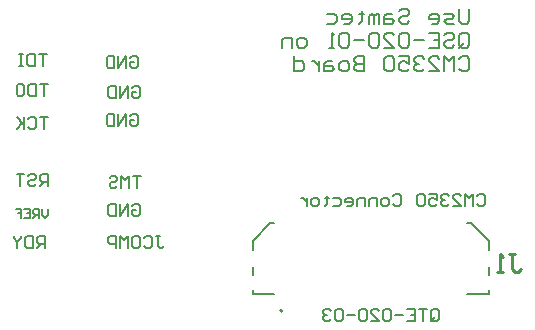
<source format=gbo>
G04*
G04 #@! TF.GenerationSoftware,Altium Limited,Altium Designer,21.6.4 (81)*
G04*
G04 Layer_Color=32896*
%FSLAX25Y25*%
%MOIN*%
G70*
G04*
G04 #@! TF.SameCoordinates,82D07BB3-39A6-4B9F-A2C0-6B90CFECE1EA*
G04*
G04*
G04 #@! TF.FilePolarity,Positive*
G04*
G01*
G75*
%ADD11C,0.00787*%
%ADD13C,0.00500*%
%ADD14C,0.00800*%
%ADD15C,0.01000*%
D11*
X10059Y-28004D02*
G03*
X10059Y-28004I-394J0D01*
G01*
X134Y-22211D02*
X7299D01*
X134Y-7705D02*
Y-4695D01*
X6118Y1289D01*
X7299D01*
X71709Y-22211D02*
X78874D01*
X134D02*
Y-20894D01*
Y-15972D02*
Y-13216D01*
X78874Y-22211D02*
Y-20894D01*
Y-15972D02*
Y-13216D01*
Y-7705D02*
Y-4695D01*
X72890Y1289D02*
X78874Y-4695D01*
X71709Y1289D02*
X72890D01*
D13*
X-68874Y-6992D02*
Y-2993D01*
X-70873D01*
X-71540Y-3660D01*
Y-4993D01*
X-70873Y-5659D01*
X-68874D01*
X-70207D02*
X-71540Y-6992D01*
X-72873Y-2993D02*
Y-6992D01*
X-74872D01*
X-75538Y-6326D01*
Y-3660D01*
X-74872Y-2993D01*
X-72873D01*
X-76871D02*
Y-3660D01*
X-78204Y-4993D01*
X-79537Y-3660D01*
Y-2993D01*
X-78204Y-4993D02*
Y-6992D01*
X-67874Y6007D02*
Y4008D01*
X-68874Y3008D01*
X-69873Y4008D01*
Y6007D01*
X-70873Y3008D02*
Y6007D01*
X-72373D01*
X-72872Y5507D01*
Y4507D01*
X-72373Y4008D01*
X-70873D01*
X-71873D02*
X-72872Y3008D01*
X-75871Y6007D02*
X-73872D01*
Y3008D01*
X-75871D01*
X-73872Y4507D02*
X-74872D01*
X-78870Y6007D02*
X-76871D01*
Y4507D01*
X-77871D01*
X-76871D01*
Y3008D01*
X-67874Y13508D02*
Y17507D01*
X-69873D01*
X-70540Y16840D01*
Y15507D01*
X-69873Y14841D01*
X-67874D01*
X-69207D02*
X-70540Y13508D01*
X-74538Y16840D02*
X-73872Y17507D01*
X-72539D01*
X-71873Y16840D01*
Y16174D01*
X-72539Y15507D01*
X-73872D01*
X-74538Y14841D01*
Y14174D01*
X-73872Y13508D01*
X-72539D01*
X-71873Y14174D01*
X-75871Y17507D02*
X-78537D01*
X-77204D01*
Y13508D01*
X-67874Y36507D02*
X-70540D01*
X-69207D01*
Y32508D01*
X-74538Y35840D02*
X-73872Y36507D01*
X-72539D01*
X-71873Y35840D01*
Y33174D01*
X-72539Y32508D01*
X-73872D01*
X-74538Y33174D01*
X-75871Y36507D02*
Y32508D01*
Y33841D01*
X-78537Y36507D01*
X-76538Y34507D01*
X-78537Y32508D01*
X-67874Y47507D02*
X-70540D01*
X-69207D01*
Y43508D01*
X-71873Y47507D02*
Y43508D01*
X-73872D01*
X-74538Y44174D01*
Y46840D01*
X-73872Y47507D01*
X-71873D01*
X-77871D02*
X-76538D01*
X-75871Y46840D01*
Y44174D01*
X-76538Y43508D01*
X-77871D01*
X-78537Y44174D01*
Y46840D01*
X-77871Y47507D01*
X-68374Y57507D02*
X-71040D01*
X-69707D01*
Y53508D01*
X-72373Y57507D02*
Y53508D01*
X-74372D01*
X-75038Y54174D01*
Y56840D01*
X-74372Y57507D01*
X-72373D01*
X-76371D02*
X-77704D01*
X-77038D01*
Y53508D01*
X-76371D01*
X-77704D01*
X-32040Y-2993D02*
X-30707D01*
X-31373D01*
Y-6326D01*
X-30707Y-6992D01*
X-30040D01*
X-29374Y-6326D01*
X-36039Y-3660D02*
X-35372Y-2993D01*
X-34039D01*
X-33373Y-3660D01*
Y-6326D01*
X-34039Y-6992D01*
X-35372D01*
X-36039Y-6326D01*
X-39371Y-2993D02*
X-38038D01*
X-37371Y-3660D01*
Y-6326D01*
X-38038Y-6992D01*
X-39371D01*
X-40037Y-6326D01*
Y-3660D01*
X-39371Y-2993D01*
X-41370Y-6992D02*
Y-2993D01*
X-42703Y-4326D01*
X-44036Y-2993D01*
Y-6992D01*
X-45369D02*
Y-2993D01*
X-47368D01*
X-48035Y-3660D01*
Y-4993D01*
X-47368Y-5659D01*
X-45369D01*
X-40040Y6840D02*
X-39373Y7507D01*
X-38041D01*
X-37374Y6840D01*
Y4174D01*
X-38041Y3508D01*
X-39373D01*
X-40040Y4174D01*
Y5507D01*
X-38707D01*
X-41373Y3508D02*
Y7507D01*
X-44039Y3508D01*
Y7507D01*
X-45371D02*
Y3508D01*
X-47371D01*
X-48037Y4174D01*
Y6840D01*
X-47371Y7507D01*
X-45371D01*
X-36874Y17007D02*
X-39540D01*
X-38207D01*
Y13008D01*
X-40873D02*
Y17007D01*
X-42206Y15674D01*
X-43538Y17007D01*
Y13008D01*
X-47537Y16340D02*
X-46871Y17007D01*
X-45538D01*
X-44871Y16340D01*
Y15674D01*
X-45538Y15007D01*
X-46871D01*
X-47537Y14341D01*
Y13674D01*
X-46871Y13008D01*
X-45538D01*
X-44871Y13674D01*
X-40540Y36840D02*
X-39873Y37507D01*
X-38541D01*
X-37874Y36840D01*
Y34174D01*
X-38541Y33508D01*
X-39873D01*
X-40540Y34174D01*
Y35507D01*
X-39207D01*
X-41873Y33508D02*
Y37507D01*
X-44539Y33508D01*
Y37507D01*
X-45871D02*
Y33508D01*
X-47871D01*
X-48537Y34174D01*
Y36840D01*
X-47871Y37507D01*
X-45871D01*
X-40040Y46340D02*
X-39373Y47007D01*
X-38041D01*
X-37374Y46340D01*
Y43674D01*
X-38041Y43008D01*
X-39373D01*
X-40040Y43674D01*
Y45007D01*
X-38707D01*
X-41373Y43008D02*
Y47007D01*
X-44039Y43008D01*
Y47007D01*
X-45371D02*
Y43008D01*
X-47371D01*
X-48037Y43674D01*
Y46340D01*
X-47371Y47007D01*
X-45371D01*
X-40540Y56340D02*
X-39873Y57007D01*
X-38541D01*
X-37874Y56340D01*
Y53674D01*
X-38541Y53008D01*
X-39873D01*
X-40540Y53674D01*
Y55007D01*
X-39207D01*
X-41873Y53008D02*
Y57007D01*
X-44539Y53008D01*
Y57007D01*
X-45871D02*
Y53008D01*
X-47871D01*
X-48537Y53674D01*
Y56340D01*
X-47871Y57007D01*
X-45871D01*
X59661Y-30833D02*
Y-28167D01*
X60328Y-27501D01*
X61661D01*
X62327Y-28167D01*
Y-30833D01*
X61661Y-31499D01*
X60328D01*
X60994Y-30166D02*
X59661Y-31499D01*
X60328D02*
X59661Y-30833D01*
X58328Y-27501D02*
X55663D01*
X56995D01*
Y-31499D01*
X51664Y-27501D02*
X54330D01*
Y-31499D01*
X51664D01*
X54330Y-29500D02*
X52997D01*
X50331D02*
X47665D01*
X46332Y-28167D02*
X45666Y-27501D01*
X44333D01*
X43666Y-28167D01*
Y-30833D01*
X44333Y-31499D01*
X45666D01*
X46332Y-30833D01*
Y-28167D01*
X39668Y-31499D02*
X42333D01*
X39668Y-28834D01*
Y-28167D01*
X40334Y-27501D01*
X41667D01*
X42333Y-28167D01*
X38335D02*
X37668Y-27501D01*
X36336D01*
X35669Y-28167D01*
Y-30833D01*
X36336Y-31499D01*
X37668D01*
X38335Y-30833D01*
Y-28167D01*
X34336Y-29500D02*
X31670D01*
X30337Y-28167D02*
X29671Y-27501D01*
X28338D01*
X27672Y-28167D01*
Y-30833D01*
X28338Y-31499D01*
X29671D01*
X30337Y-30833D01*
Y-28167D01*
X26339D02*
X25672Y-27501D01*
X24339D01*
X23673Y-28167D01*
Y-28834D01*
X24339Y-29500D01*
X25006D01*
X24339D01*
X23673Y-30166D01*
Y-30833D01*
X24339Y-31499D01*
X25672D01*
X26339Y-30833D01*
X74834Y10332D02*
X75501Y10999D01*
X76834D01*
X77500Y10332D01*
Y7666D01*
X76834Y7000D01*
X75501D01*
X74834Y7666D01*
X73501Y7000D02*
Y10999D01*
X72168Y9666D01*
X70836Y10999D01*
Y7000D01*
X66837D02*
X69503D01*
X66837Y9666D01*
Y10332D01*
X67503Y10999D01*
X68836D01*
X69503Y10332D01*
X65504D02*
X64837Y10999D01*
X63504D01*
X62838Y10332D01*
Y9666D01*
X63504Y8999D01*
X64171D01*
X63504D01*
X62838Y8333D01*
Y7666D01*
X63504Y7000D01*
X64837D01*
X65504Y7666D01*
X58839Y10999D02*
X61505D01*
Y8999D01*
X60172Y9666D01*
X59506D01*
X58839Y8999D01*
Y7666D01*
X59506Y7000D01*
X60839D01*
X61505Y7666D01*
X57506Y10332D02*
X56840Y10999D01*
X55507D01*
X54841Y10332D01*
Y7666D01*
X55507Y7000D01*
X56840D01*
X57506Y7666D01*
Y10332D01*
X46843D02*
X47510Y10999D01*
X48843D01*
X49509Y10332D01*
Y7666D01*
X48843Y7000D01*
X47510D01*
X46843Y7666D01*
X44844Y7000D02*
X43511D01*
X42845Y7666D01*
Y8999D01*
X43511Y9666D01*
X44844D01*
X45510Y8999D01*
Y7666D01*
X44844Y7000D01*
X41512D02*
Y9666D01*
X39512D01*
X38846Y8999D01*
Y7000D01*
X37513D02*
Y9666D01*
X35513D01*
X34847Y8999D01*
Y7000D01*
X31515D02*
X32848D01*
X33514Y7666D01*
Y8999D01*
X32848Y9666D01*
X31515D01*
X30848Y8999D01*
Y8333D01*
X33514D01*
X26850Y9666D02*
X28849D01*
X29515Y8999D01*
Y7666D01*
X28849Y7000D01*
X26850D01*
X24850Y10332D02*
Y9666D01*
X25517D01*
X24184D01*
X24850D01*
Y7666D01*
X24184Y7000D01*
X21518D02*
X20185D01*
X19519Y7666D01*
Y8999D01*
X20185Y9666D01*
X21518D01*
X22185Y8999D01*
Y7666D01*
X21518Y7000D01*
X18186Y9666D02*
Y7000D01*
Y8333D01*
X17519Y8999D01*
X16853Y9666D01*
X16186D01*
D14*
X72326Y72642D02*
Y68477D01*
X71493Y67644D01*
X69827D01*
X68994Y68477D01*
Y72642D01*
X67328Y67644D02*
X64828D01*
X63995Y68477D01*
X64828Y69310D01*
X66495D01*
X67328Y70143D01*
X66495Y70976D01*
X63995D01*
X59830Y67644D02*
X61496D01*
X62329Y68477D01*
Y70143D01*
X61496Y70976D01*
X59830D01*
X58997Y70143D01*
Y69310D01*
X62329D01*
X49000Y71809D02*
X49833Y72642D01*
X51499D01*
X52333Y71809D01*
Y70976D01*
X51499Y70143D01*
X49833D01*
X49000Y69310D01*
Y68477D01*
X49833Y67644D01*
X51499D01*
X52333Y68477D01*
X46501Y70976D02*
X44835D01*
X44002Y70143D01*
Y67644D01*
X46501D01*
X47334Y68477D01*
X46501Y69310D01*
X44002D01*
X42336Y67644D02*
Y70976D01*
X41503D01*
X40670Y70143D01*
Y67644D01*
Y70143D01*
X39836Y70976D01*
X39003Y70143D01*
Y67644D01*
X36504Y71809D02*
Y70976D01*
X37337D01*
X35671D01*
X36504D01*
Y68477D01*
X35671Y67644D01*
X30673D02*
X32339D01*
X33172Y68477D01*
Y70143D01*
X32339Y70976D01*
X30673D01*
X29840Y70143D01*
Y69310D01*
X33172D01*
X24841Y70976D02*
X27341D01*
X28174Y70143D01*
Y68477D01*
X27341Y67644D01*
X24841D01*
X68994Y60559D02*
Y63891D01*
X69827Y64724D01*
X71493D01*
X72326Y63891D01*
Y60559D01*
X71493Y59726D01*
X69827D01*
X70660Y61392D02*
X68994Y59726D01*
X69827D02*
X68994Y60559D01*
X63995Y63891D02*
X64828Y64724D01*
X66495D01*
X67328Y63891D01*
Y63058D01*
X66495Y62225D01*
X64828D01*
X63995Y61392D01*
Y60559D01*
X64828Y59726D01*
X66495D01*
X67328Y60559D01*
X58997Y64724D02*
X62329D01*
Y59726D01*
X58997D01*
X62329Y62225D02*
X60663D01*
X57331D02*
X53999D01*
X52333Y63891D02*
X51499Y64724D01*
X49833D01*
X49000Y63891D01*
Y60559D01*
X49833Y59726D01*
X51499D01*
X52333Y60559D01*
Y63891D01*
X44002Y59726D02*
X47334D01*
X44002Y63058D01*
Y63891D01*
X44835Y64724D01*
X46501D01*
X47334Y63891D01*
X42336D02*
X41503Y64724D01*
X39836D01*
X39003Y63891D01*
Y60559D01*
X39836Y59726D01*
X41503D01*
X42336Y60559D01*
Y63891D01*
X37337Y62225D02*
X34005D01*
X32339Y63891D02*
X31506Y64724D01*
X29840D01*
X29007Y63891D01*
Y60559D01*
X29840Y59726D01*
X31506D01*
X32339Y60559D01*
Y63891D01*
X27341Y59726D02*
X25674D01*
X26507D01*
Y64724D01*
X27341Y63891D01*
X17344Y59726D02*
X15678D01*
X14845Y60559D01*
Y62225D01*
X15678Y63058D01*
X17344D01*
X18177Y62225D01*
Y60559D01*
X17344Y59726D01*
X13179D02*
Y63058D01*
X10679D01*
X9846Y62225D01*
Y59726D01*
X68994Y55973D02*
X69827Y56806D01*
X71493D01*
X72326Y55973D01*
Y52641D01*
X71493Y51808D01*
X69827D01*
X68994Y52641D01*
X67328Y51808D02*
Y56806D01*
X65662Y55140D01*
X63995Y56806D01*
Y51808D01*
X58997D02*
X62329D01*
X58997Y55140D01*
Y55973D01*
X59830Y56806D01*
X61496D01*
X62329Y55973D01*
X57331D02*
X56498Y56806D01*
X54832D01*
X53999Y55973D01*
Y55140D01*
X54832Y54307D01*
X55665D01*
X54832D01*
X53999Y53474D01*
Y52641D01*
X54832Y51808D01*
X56498D01*
X57331Y52641D01*
X49000Y56806D02*
X52333D01*
Y54307D01*
X50666Y55140D01*
X49833D01*
X49000Y54307D01*
Y52641D01*
X49833Y51808D01*
X51499D01*
X52333Y52641D01*
X47334Y55973D02*
X46501Y56806D01*
X44835D01*
X44002Y55973D01*
Y52641D01*
X44835Y51808D01*
X46501D01*
X47334Y52641D01*
Y55973D01*
X37337Y56806D02*
Y51808D01*
X34838D01*
X34005Y52641D01*
Y53474D01*
X34838Y54307D01*
X37337D01*
X34838D01*
X34005Y55140D01*
Y55973D01*
X34838Y56806D01*
X37337D01*
X31506Y51808D02*
X29840D01*
X29007Y52641D01*
Y54307D01*
X29840Y55140D01*
X31506D01*
X32339Y54307D01*
Y52641D01*
X31506Y51808D01*
X26507Y55140D02*
X24841D01*
X24008Y54307D01*
Y51808D01*
X26507D01*
X27341Y52641D01*
X26507Y53474D01*
X24008D01*
X22342Y55140D02*
Y51808D01*
Y53474D01*
X21509Y54307D01*
X20676Y55140D01*
X19843D01*
X14011Y56806D02*
Y51808D01*
X16511D01*
X17344Y52641D01*
Y54307D01*
X16511Y55140D01*
X14011D01*
D15*
X85626Y-8993D02*
X87625D01*
X86626D01*
Y-13992D01*
X87625Y-14991D01*
X88625D01*
X89625Y-13992D01*
X83627Y-14991D02*
X81627D01*
X82627D01*
Y-8993D01*
X83627Y-9993D01*
M02*

</source>
